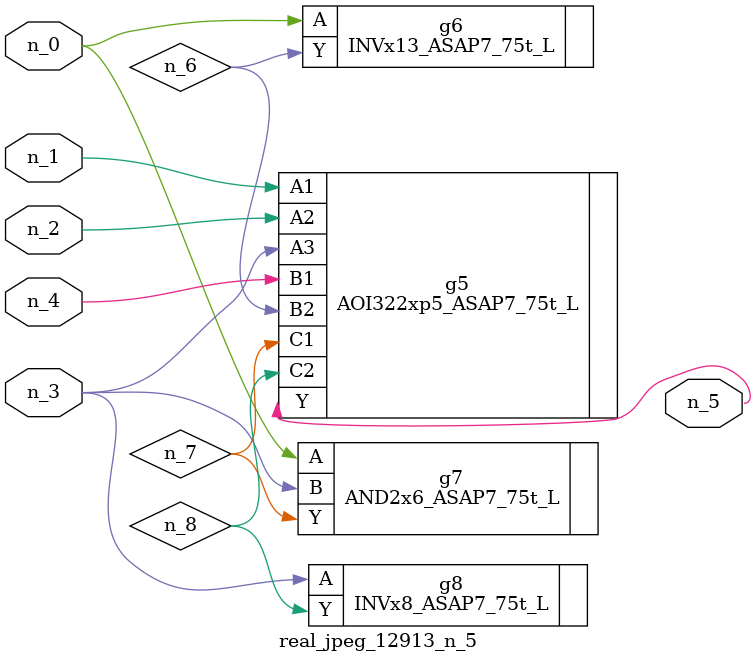
<source format=v>
module real_jpeg_12913_n_5 (n_4, n_0, n_1, n_2, n_3, n_5);

input n_4;
input n_0;
input n_1;
input n_2;
input n_3;

output n_5;

wire n_8;
wire n_6;
wire n_7;

INVx13_ASAP7_75t_L g6 ( 
.A(n_0),
.Y(n_6)
);

AND2x6_ASAP7_75t_L g7 ( 
.A(n_0),
.B(n_3),
.Y(n_7)
);

AOI322xp5_ASAP7_75t_L g5 ( 
.A1(n_1),
.A2(n_2),
.A3(n_3),
.B1(n_4),
.B2(n_6),
.C1(n_7),
.C2(n_8),
.Y(n_5)
);

INVx8_ASAP7_75t_L g8 ( 
.A(n_3),
.Y(n_8)
);


endmodule
</source>
